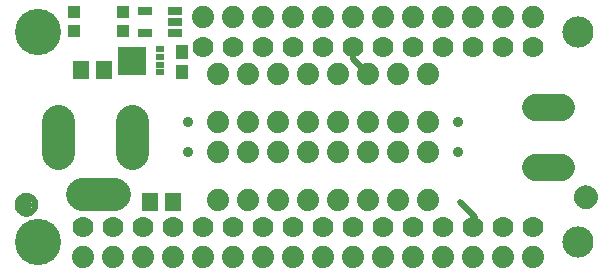
<source format=gbr>
G04 EAGLE Gerber RS-274X export*
G75*
%MOMM*%
%FSLAX34Y34*%
%LPD*%
%INSoldermask Top*%
%IPPOS*%
%AMOC8*
5,1,8,0,0,1.08239X$1,22.5*%
G01*
%ADD10C,0.508000*%
%ADD11C,0.901600*%
%ADD12C,2.641600*%
%ADD13C,3.911600*%
%ADD14C,1.879600*%
%ADD15R,1.001600X1.001600*%
%ADD16C,1.101600*%
%ADD17C,0.500000*%
%ADD18C,1.778000*%
%ADD19C,2.801600*%
%ADD20R,1.301600X0.651600*%
%ADD21R,1.341600X1.601600*%
%ADD22C,2.286000*%
%ADD23R,0.801600X0.521600*%
%ADD24R,2.351600X2.451600*%
%ADD25R,1.101600X1.176600*%


D10*
X394970Y45720D02*
X394970Y46990D01*
X382270Y59690D01*
X302260Y170180D02*
X292100Y180340D01*
X292100Y186690D01*
D11*
X152400Y127000D03*
X152400Y101600D03*
X381000Y127000D03*
X381000Y101600D03*
D12*
X482600Y203200D03*
X482600Y25400D03*
D13*
X25400Y203200D03*
X25400Y25400D03*
D14*
X165100Y215900D03*
X190500Y215900D03*
X215900Y215900D03*
X241300Y215900D03*
X266700Y215900D03*
X292100Y215900D03*
X317500Y215900D03*
X342900Y215900D03*
X368300Y215900D03*
X393700Y215900D03*
X419100Y215900D03*
X444500Y215900D03*
X165100Y12700D03*
X190500Y12700D03*
X215900Y12700D03*
X241300Y12700D03*
X266700Y12700D03*
X292100Y12700D03*
X317500Y12700D03*
X342900Y12700D03*
X368300Y12700D03*
X393700Y12700D03*
X419100Y12700D03*
X444500Y12700D03*
X139700Y12700D03*
X114300Y12700D03*
X88900Y12700D03*
X63500Y12700D03*
D15*
X96700Y220090D03*
X96700Y204090D03*
X55700Y204090D03*
X55700Y220090D03*
D16*
X488950Y63500D03*
D17*
X488950Y71000D02*
X488769Y70998D01*
X488588Y70991D01*
X488407Y70980D01*
X488226Y70965D01*
X488046Y70945D01*
X487866Y70921D01*
X487687Y70893D01*
X487509Y70860D01*
X487332Y70823D01*
X487155Y70782D01*
X486980Y70737D01*
X486805Y70687D01*
X486632Y70633D01*
X486461Y70575D01*
X486290Y70513D01*
X486122Y70446D01*
X485955Y70376D01*
X485789Y70302D01*
X485626Y70223D01*
X485465Y70141D01*
X485305Y70055D01*
X485148Y69965D01*
X484993Y69871D01*
X484840Y69774D01*
X484690Y69672D01*
X484542Y69568D01*
X484396Y69459D01*
X484254Y69348D01*
X484114Y69232D01*
X483977Y69114D01*
X483842Y68992D01*
X483711Y68867D01*
X483583Y68739D01*
X483458Y68608D01*
X483336Y68473D01*
X483218Y68336D01*
X483102Y68196D01*
X482991Y68054D01*
X482882Y67908D01*
X482778Y67760D01*
X482676Y67610D01*
X482579Y67457D01*
X482485Y67302D01*
X482395Y67145D01*
X482309Y66985D01*
X482227Y66824D01*
X482148Y66661D01*
X482074Y66495D01*
X482004Y66328D01*
X481937Y66160D01*
X481875Y65989D01*
X481817Y65818D01*
X481763Y65645D01*
X481713Y65470D01*
X481668Y65295D01*
X481627Y65118D01*
X481590Y64941D01*
X481557Y64763D01*
X481529Y64584D01*
X481505Y64404D01*
X481485Y64224D01*
X481470Y64043D01*
X481459Y63862D01*
X481452Y63681D01*
X481450Y63500D01*
X488950Y71000D02*
X489131Y70998D01*
X489312Y70991D01*
X489493Y70980D01*
X489674Y70965D01*
X489854Y70945D01*
X490034Y70921D01*
X490213Y70893D01*
X490391Y70860D01*
X490568Y70823D01*
X490745Y70782D01*
X490920Y70737D01*
X491095Y70687D01*
X491268Y70633D01*
X491439Y70575D01*
X491610Y70513D01*
X491778Y70446D01*
X491945Y70376D01*
X492111Y70302D01*
X492274Y70223D01*
X492435Y70141D01*
X492595Y70055D01*
X492752Y69965D01*
X492907Y69871D01*
X493060Y69774D01*
X493210Y69672D01*
X493358Y69568D01*
X493504Y69459D01*
X493646Y69348D01*
X493786Y69232D01*
X493923Y69114D01*
X494058Y68992D01*
X494189Y68867D01*
X494317Y68739D01*
X494442Y68608D01*
X494564Y68473D01*
X494682Y68336D01*
X494798Y68196D01*
X494909Y68054D01*
X495018Y67908D01*
X495122Y67760D01*
X495224Y67610D01*
X495321Y67457D01*
X495415Y67302D01*
X495505Y67145D01*
X495591Y66985D01*
X495673Y66824D01*
X495752Y66661D01*
X495826Y66495D01*
X495896Y66328D01*
X495963Y66160D01*
X496025Y65989D01*
X496083Y65818D01*
X496137Y65645D01*
X496187Y65470D01*
X496232Y65295D01*
X496273Y65118D01*
X496310Y64941D01*
X496343Y64763D01*
X496371Y64584D01*
X496395Y64404D01*
X496415Y64224D01*
X496430Y64043D01*
X496441Y63862D01*
X496448Y63681D01*
X496450Y63500D01*
X496448Y63319D01*
X496441Y63138D01*
X496430Y62957D01*
X496415Y62776D01*
X496395Y62596D01*
X496371Y62416D01*
X496343Y62237D01*
X496310Y62059D01*
X496273Y61882D01*
X496232Y61705D01*
X496187Y61530D01*
X496137Y61355D01*
X496083Y61182D01*
X496025Y61011D01*
X495963Y60840D01*
X495896Y60672D01*
X495826Y60505D01*
X495752Y60339D01*
X495673Y60176D01*
X495591Y60015D01*
X495505Y59855D01*
X495415Y59698D01*
X495321Y59543D01*
X495224Y59390D01*
X495122Y59240D01*
X495018Y59092D01*
X494909Y58946D01*
X494798Y58804D01*
X494682Y58664D01*
X494564Y58527D01*
X494442Y58392D01*
X494317Y58261D01*
X494189Y58133D01*
X494058Y58008D01*
X493923Y57886D01*
X493786Y57768D01*
X493646Y57652D01*
X493504Y57541D01*
X493358Y57432D01*
X493210Y57328D01*
X493060Y57226D01*
X492907Y57129D01*
X492752Y57035D01*
X492595Y56945D01*
X492435Y56859D01*
X492274Y56777D01*
X492111Y56698D01*
X491945Y56624D01*
X491778Y56554D01*
X491610Y56487D01*
X491439Y56425D01*
X491268Y56367D01*
X491095Y56313D01*
X490920Y56263D01*
X490745Y56218D01*
X490568Y56177D01*
X490391Y56140D01*
X490213Y56107D01*
X490034Y56079D01*
X489854Y56055D01*
X489674Y56035D01*
X489493Y56020D01*
X489312Y56009D01*
X489131Y56002D01*
X488950Y56000D01*
X488769Y56002D01*
X488588Y56009D01*
X488407Y56020D01*
X488226Y56035D01*
X488046Y56055D01*
X487866Y56079D01*
X487687Y56107D01*
X487509Y56140D01*
X487332Y56177D01*
X487155Y56218D01*
X486980Y56263D01*
X486805Y56313D01*
X486632Y56367D01*
X486461Y56425D01*
X486290Y56487D01*
X486122Y56554D01*
X485955Y56624D01*
X485789Y56698D01*
X485626Y56777D01*
X485465Y56859D01*
X485305Y56945D01*
X485148Y57035D01*
X484993Y57129D01*
X484840Y57226D01*
X484690Y57328D01*
X484542Y57432D01*
X484396Y57541D01*
X484254Y57652D01*
X484114Y57768D01*
X483977Y57886D01*
X483842Y58008D01*
X483711Y58133D01*
X483583Y58261D01*
X483458Y58392D01*
X483336Y58527D01*
X483218Y58664D01*
X483102Y58804D01*
X482991Y58946D01*
X482882Y59092D01*
X482778Y59240D01*
X482676Y59390D01*
X482579Y59543D01*
X482485Y59698D01*
X482395Y59855D01*
X482309Y60015D01*
X482227Y60176D01*
X482148Y60339D01*
X482074Y60505D01*
X482004Y60672D01*
X481937Y60840D01*
X481875Y61011D01*
X481817Y61182D01*
X481763Y61355D01*
X481713Y61530D01*
X481668Y61705D01*
X481627Y61882D01*
X481590Y62059D01*
X481557Y62237D01*
X481529Y62416D01*
X481505Y62596D01*
X481485Y62776D01*
X481470Y62957D01*
X481459Y63138D01*
X481452Y63319D01*
X481450Y63500D01*
D16*
X15240Y57150D03*
D17*
X15240Y64650D02*
X15059Y64648D01*
X14878Y64641D01*
X14697Y64630D01*
X14516Y64615D01*
X14336Y64595D01*
X14156Y64571D01*
X13977Y64543D01*
X13799Y64510D01*
X13622Y64473D01*
X13445Y64432D01*
X13270Y64387D01*
X13095Y64337D01*
X12922Y64283D01*
X12751Y64225D01*
X12580Y64163D01*
X12412Y64096D01*
X12245Y64026D01*
X12079Y63952D01*
X11916Y63873D01*
X11755Y63791D01*
X11595Y63705D01*
X11438Y63615D01*
X11283Y63521D01*
X11130Y63424D01*
X10980Y63322D01*
X10832Y63218D01*
X10686Y63109D01*
X10544Y62998D01*
X10404Y62882D01*
X10267Y62764D01*
X10132Y62642D01*
X10001Y62517D01*
X9873Y62389D01*
X9748Y62258D01*
X9626Y62123D01*
X9508Y61986D01*
X9392Y61846D01*
X9281Y61704D01*
X9172Y61558D01*
X9068Y61410D01*
X8966Y61260D01*
X8869Y61107D01*
X8775Y60952D01*
X8685Y60795D01*
X8599Y60635D01*
X8517Y60474D01*
X8438Y60311D01*
X8364Y60145D01*
X8294Y59978D01*
X8227Y59810D01*
X8165Y59639D01*
X8107Y59468D01*
X8053Y59295D01*
X8003Y59120D01*
X7958Y58945D01*
X7917Y58768D01*
X7880Y58591D01*
X7847Y58413D01*
X7819Y58234D01*
X7795Y58054D01*
X7775Y57874D01*
X7760Y57693D01*
X7749Y57512D01*
X7742Y57331D01*
X7740Y57150D01*
X15240Y64650D02*
X15421Y64648D01*
X15602Y64641D01*
X15783Y64630D01*
X15964Y64615D01*
X16144Y64595D01*
X16324Y64571D01*
X16503Y64543D01*
X16681Y64510D01*
X16858Y64473D01*
X17035Y64432D01*
X17210Y64387D01*
X17385Y64337D01*
X17558Y64283D01*
X17729Y64225D01*
X17900Y64163D01*
X18068Y64096D01*
X18235Y64026D01*
X18401Y63952D01*
X18564Y63873D01*
X18725Y63791D01*
X18885Y63705D01*
X19042Y63615D01*
X19197Y63521D01*
X19350Y63424D01*
X19500Y63322D01*
X19648Y63218D01*
X19794Y63109D01*
X19936Y62998D01*
X20076Y62882D01*
X20213Y62764D01*
X20348Y62642D01*
X20479Y62517D01*
X20607Y62389D01*
X20732Y62258D01*
X20854Y62123D01*
X20972Y61986D01*
X21088Y61846D01*
X21199Y61704D01*
X21308Y61558D01*
X21412Y61410D01*
X21514Y61260D01*
X21611Y61107D01*
X21705Y60952D01*
X21795Y60795D01*
X21881Y60635D01*
X21963Y60474D01*
X22042Y60311D01*
X22116Y60145D01*
X22186Y59978D01*
X22253Y59810D01*
X22315Y59639D01*
X22373Y59468D01*
X22427Y59295D01*
X22477Y59120D01*
X22522Y58945D01*
X22563Y58768D01*
X22600Y58591D01*
X22633Y58413D01*
X22661Y58234D01*
X22685Y58054D01*
X22705Y57874D01*
X22720Y57693D01*
X22731Y57512D01*
X22738Y57331D01*
X22740Y57150D01*
X22738Y56969D01*
X22731Y56788D01*
X22720Y56607D01*
X22705Y56426D01*
X22685Y56246D01*
X22661Y56066D01*
X22633Y55887D01*
X22600Y55709D01*
X22563Y55532D01*
X22522Y55355D01*
X22477Y55180D01*
X22427Y55005D01*
X22373Y54832D01*
X22315Y54661D01*
X22253Y54490D01*
X22186Y54322D01*
X22116Y54155D01*
X22042Y53989D01*
X21963Y53826D01*
X21881Y53665D01*
X21795Y53505D01*
X21705Y53348D01*
X21611Y53193D01*
X21514Y53040D01*
X21412Y52890D01*
X21308Y52742D01*
X21199Y52596D01*
X21088Y52454D01*
X20972Y52314D01*
X20854Y52177D01*
X20732Y52042D01*
X20607Y51911D01*
X20479Y51783D01*
X20348Y51658D01*
X20213Y51536D01*
X20076Y51418D01*
X19936Y51302D01*
X19794Y51191D01*
X19648Y51082D01*
X19500Y50978D01*
X19350Y50876D01*
X19197Y50779D01*
X19042Y50685D01*
X18885Y50595D01*
X18725Y50509D01*
X18564Y50427D01*
X18401Y50348D01*
X18235Y50274D01*
X18068Y50204D01*
X17900Y50137D01*
X17729Y50075D01*
X17558Y50017D01*
X17385Y49963D01*
X17210Y49913D01*
X17035Y49868D01*
X16858Y49827D01*
X16681Y49790D01*
X16503Y49757D01*
X16324Y49729D01*
X16144Y49705D01*
X15964Y49685D01*
X15783Y49670D01*
X15602Y49659D01*
X15421Y49652D01*
X15240Y49650D01*
X15059Y49652D01*
X14878Y49659D01*
X14697Y49670D01*
X14516Y49685D01*
X14336Y49705D01*
X14156Y49729D01*
X13977Y49757D01*
X13799Y49790D01*
X13622Y49827D01*
X13445Y49868D01*
X13270Y49913D01*
X13095Y49963D01*
X12922Y50017D01*
X12751Y50075D01*
X12580Y50137D01*
X12412Y50204D01*
X12245Y50274D01*
X12079Y50348D01*
X11916Y50427D01*
X11755Y50509D01*
X11595Y50595D01*
X11438Y50685D01*
X11283Y50779D01*
X11130Y50876D01*
X10980Y50978D01*
X10832Y51082D01*
X10686Y51191D01*
X10544Y51302D01*
X10404Y51418D01*
X10267Y51536D01*
X10132Y51658D01*
X10001Y51783D01*
X9873Y51911D01*
X9748Y52042D01*
X9626Y52177D01*
X9508Y52314D01*
X9392Y52454D01*
X9281Y52596D01*
X9172Y52742D01*
X9068Y52890D01*
X8966Y53040D01*
X8869Y53193D01*
X8775Y53348D01*
X8685Y53505D01*
X8599Y53665D01*
X8517Y53826D01*
X8438Y53989D01*
X8364Y54155D01*
X8294Y54322D01*
X8227Y54490D01*
X8165Y54661D01*
X8107Y54832D01*
X8053Y55005D01*
X8003Y55180D01*
X7958Y55355D01*
X7917Y55532D01*
X7880Y55709D01*
X7847Y55887D01*
X7819Y56066D01*
X7795Y56246D01*
X7775Y56426D01*
X7760Y56607D01*
X7749Y56788D01*
X7742Y56969D01*
X7740Y57150D01*
D14*
X355600Y127000D03*
X355600Y101600D03*
X330200Y127000D03*
X330200Y101600D03*
X304800Y127000D03*
X304800Y101600D03*
X279400Y127000D03*
X279400Y101600D03*
X254000Y127000D03*
X254000Y101600D03*
X228600Y127000D03*
X228600Y101600D03*
X203200Y127000D03*
X203200Y101600D03*
X177800Y127000D03*
X177800Y101600D03*
X177800Y167640D03*
X203200Y167640D03*
X228600Y167640D03*
X254000Y167640D03*
X279400Y167640D03*
X304800Y167640D03*
X330200Y167640D03*
X355600Y167640D03*
X355600Y60960D03*
X330200Y60960D03*
X304800Y60960D03*
X279400Y60960D03*
X254000Y60960D03*
X228600Y60960D03*
X203200Y60960D03*
X177800Y60960D03*
D18*
X165100Y190500D03*
X190500Y190500D03*
X215900Y190500D03*
X241300Y190500D03*
X266700Y190500D03*
X292100Y190500D03*
X317500Y190500D03*
X342900Y190500D03*
X368300Y190500D03*
X393700Y190500D03*
X419100Y190500D03*
X444500Y190500D03*
X444500Y38100D03*
X419100Y38100D03*
X393700Y38100D03*
X368300Y38100D03*
X342900Y38100D03*
X317500Y38100D03*
X292100Y38100D03*
X266700Y38100D03*
X241300Y38100D03*
X215900Y38100D03*
X190500Y38100D03*
X165100Y38100D03*
X139700Y38100D03*
X114300Y38100D03*
X88900Y38100D03*
X63500Y38100D03*
D19*
X104250Y100800D02*
X104250Y127800D01*
X41750Y127800D02*
X41750Y100800D01*
X62250Y66300D02*
X89250Y66300D01*
D20*
X141270Y202590D03*
X141270Y212090D03*
X141270Y221590D03*
X115270Y221590D03*
X115270Y202590D03*
D21*
X80620Y171450D03*
X61620Y171450D03*
X120040Y59690D03*
X139040Y59690D03*
D22*
X446278Y88900D02*
X468122Y88900D01*
X468122Y139700D02*
X446278Y139700D01*
D23*
X128760Y175820D03*
X128760Y169320D03*
X128760Y182320D03*
X128760Y188820D03*
D24*
X104260Y179070D03*
D25*
X147320Y186300D03*
X147320Y169300D03*
M02*

</source>
